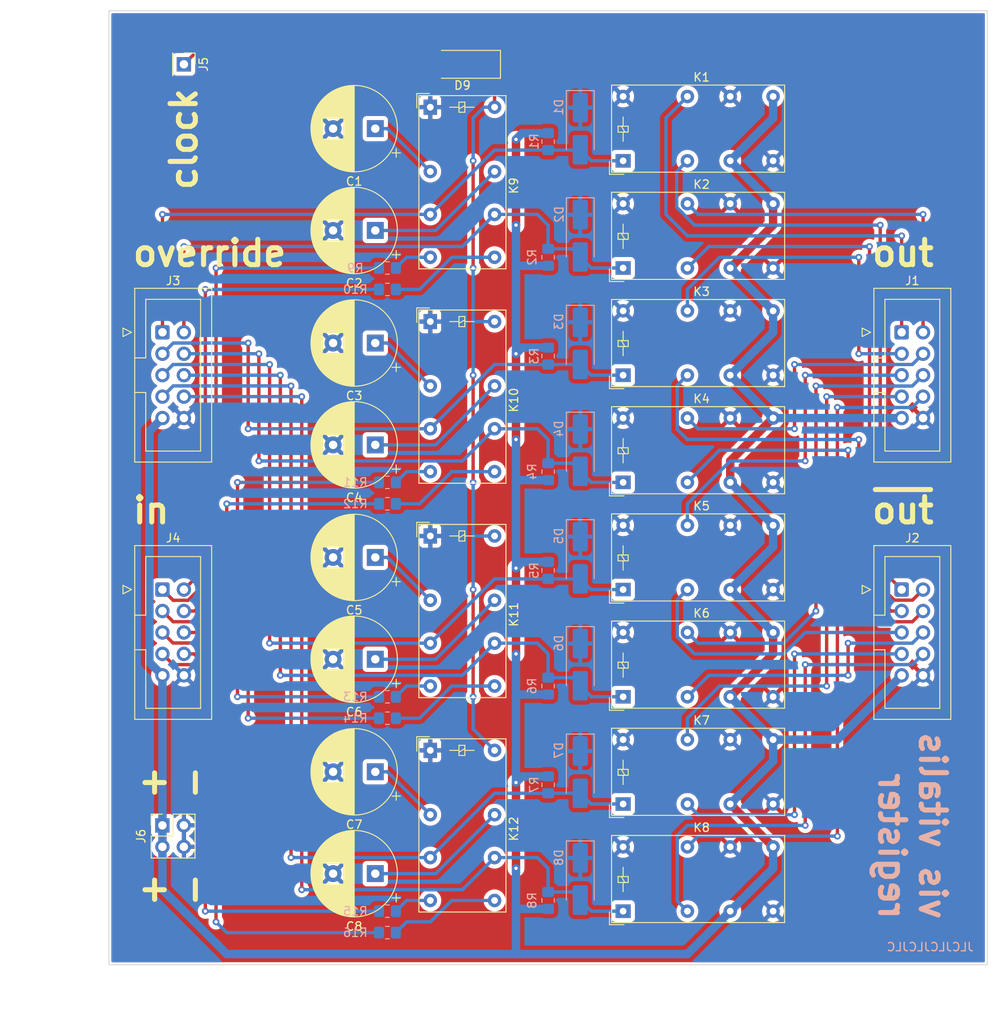
<source format=kicad_pcb>
(kicad_pcb (version 20240108) (generator "pcbnew") (generator_version "8.0")
  (layers (0 "F.Cu" signal) (31 "B.Cu" signal) (34 "B.Paste" user) (35 "F.Paste" user) (36 "B.SilkS" user "B.Silkscreen") (37 "F.SilkS" user "F.Silkscreen") (38 "B.Mask" user) (39 "F.Mask" user) (44 "Edge.Cuts" user))
  (net 0 "")
  (net 1 "Net-(C1-Pad1)")
  (net 2 "Net-(C2-Pad1)")
  (net 3 "Net-(C3-Pad1)")
  (net 4 "Net-(C4-Pad1)")
  (net 5 "Net-(C5-Pad1)")
  (net 6 "Net-(C6-Pad1)")
  (net 7 "Net-(C7-Pad1)")
  (net 8 "Net-(C8-Pad1)")
  (net 9 "Net-(D2-A2)")
  (net 10 "Net-(D3-A2)")
  (net 11 "Net-(D4-A2)")
  (net 12 "Net-(D5-A2)")
  (net 13 "Net-(D6-A2)")
  (net 14 "Net-(D7-A2)")
  (net 15 "VCC")
  (net 16 "GND")
  (net 17 "Net-(D8-A2)")
  (net 18 "Net-(D9-A1)")
  (net 19 "Net-(J1-Pin_1)")
  (net 20 "Net-(J1-Pin_2)")
  (net 21 "Net-(J1-Pin_3)")
  (net 22 "Net-(J1-Pin_4)")
  (net 23 "Net-(J1-Pin_5)")
  (net 24 "Net-(J1-Pin_6)")
  (net 25 "Net-(J1-Pin_7)")
  (net 26 "Net-(D1-A2)")
  (net 27 "Net-(J1-Pin_8)")
  (net 28 "Net-(J2-Pin_1)")
  (net 29 "Net-(J2-Pin_2)")
  (net 30 "Net-(J2-Pin_3)")
  (net 31 "Net-(J2-Pin_4)")
  (net 32 "Net-(J2-Pin_5)")
  (net 33 "Net-(J2-Pin_6)")
  (net 34 "Net-(J2-Pin_7)")
  (net 35 "Net-(J2-Pin_8)")
  (net 36 "Net-(J4-Pin_1)")
  (net 37 "Net-(J4-Pin_2)")
  (net 38 "Net-(J4-Pin_3)")
  (net 39 "Net-(J4-Pin_4)")
  (net 40 "Net-(J4-Pin_5)")
  (net 41 "Net-(J4-Pin_6)")
  (net 42 "Net-(J4-Pin_7)")
  (net 43 "Net-(J4-Pin_8)")
  (net 44 "Net-(K9-Pad14)")
  (net 45 "Net-(K9-Pad24)")
  (net 46 "Net-(K10-Pad14)")
  (net 47 "Net-(K10-Pad24)")
  (net 48 "Net-(K11-Pad14)")
  (net 49 "Net-(K11-Pad24)")
  (net 50 "Net-(K12-Pad14)")
  (net 51 "Net-(K12-Pad24)")
  (footprint "Relay_THT:Relay_DPDT_Finder_30.22" (layer "F.Cu") (at 160.02 87.63)
    (property "Reference" "K4")
    (property "Value" "J104D2C12VDC.15S")
  )
  (footprint "Connector_IDC:IDC-Header_2x05_P2.54mm_Vertical" (layer "F.Cu") (at 105.41 100.33)
    (property "Reference" "J4")
    (property "Value" "BHR-10-VUA")
  )
  (footprint "Connector_IDC:IDC-Header_2x05_P2.54mm_Vertical" (layer "F.Cu") (at 193.04 100.33)
    (property "Reference" "J2")
    (property "Value" "BHR-10-VUA" (hide yes))
  )
  (footprint "Capacitor_THT:CP_Radial_D10.0mm_P5.00mm" (layer "F.Cu") (at 130.637677 45.72 180)
    (property "Reference" "C1")
    (property "Value" "470uF")
  )
  (footprint "Connector_IDC:IDC-Header_2x05_P2.54mm_Vertical" (layer "F.Cu") (at 105.41 69.85)
    (property "Reference" "J3")
    (property "Value" "BHR-10-VUA")
  )
  (footprint "Diode_SMD:D_SMA_Handsoldering" (layer "F.Cu") (at 140.97 38.1 180)
    (property "Reference" "D9")
    (property "Value" "SMAJ14CA")
  )
  (footprint "Relay_THT:Relay_DPDT_Finder_30.22" (layer "F.Cu") (at 137.16 93.98 -90)
    (property "Reference" "K11")
    (property "Value" "J104D2C12VDC.15S")
  )
  (footprint "Relay_THT:Relay_DPDT_Finder_30.22" (layer "F.Cu") (at 160.02 74.93)
    (property "Reference" "K3")
    (property "Value" "J104D2C12VDC.15S")
  )
  (footprint "Capacitor_THT:CP_Radial_D10.0mm_P5.00mm" (layer "F.Cu") (at 130.637677 83.185 180)
    (property "Reference" "C4")
    (property "Value" "470uF")
  )
  (footprint "Relay_THT:Relay_DPDT_Finder_30.22" (layer "F.Cu") (at 160.02 138.43)
    (property "Reference" "K8")
    (property "Value" "J104D2C12VDC.15S")
  )
  (footprint "Capacitor_THT:CP_Radial_D10.0mm_P5.00mm" (layer "F.Cu") (at 130.637677 121.92 180)
    (property "Reference" "C7")
    (property "Value" "470uF")
  )
  (footprint "Capacitor_THT:CP_Radial_D10.0mm_P5.00mm" (layer "F.Cu") (at 130.637677 71.12 180)
    (property "Reference" "C3")
    (property "Value" "470uF")
  )
  (footprint "Relay_THT:Relay_DPDT_Finder_30.22" (layer "F.Cu") (at 160.02 113.03)
    (property "Reference" "K6")
    (property "Value" "J104D2C12VDC.15S")
  )
  (footprint "Relay_THT:Relay_DPDT_Finder_30.22" (layer "F.Cu") (at 160.02 49.53)
    (property "Reference" "K1")
    (property "Value" "J104D2C12VDC.15S" (hide yes))
  )
  (footprint "Connector_IDC:IDC-Header_2x05_P2.54mm_Vertical" (layer "F.Cu") (at 193.04 69.85)
    (property "Reference" "J1")
    (property "Value" "BHR-10-VUA" (hide yes))
  )
  (footprint "Capacitor_THT:CP_Radial_D10.0mm_P5.00mm" (layer "F.Cu") (at 130.637677 133.985 180)
    (property "Reference" "C8")
    (property "Value" "470uF")
  )
  (footprint "Relay_THT:Relay_DPDT_Finder_30.22" (layer "F.Cu") (at 137.16 68.58 -90)
    (property "Reference" "K10")
    (property "Value" "J104D2C12VDC.15S")
  )
  (footprint "Relay_THT:Relay_DPDT_Finder_30.22" (layer "F.Cu") (at 160.02 125.73)
    (property "Reference" "K7")
    (property "Value" "J104D2C12VDC.15S")
  )
  (footprint "Capacitor_THT:CP_Radial_D10.0mm_P5.00mm" (layer "F.Cu") (at 130.637677 96.52 180)
    (property "Reference" "C5")
    (property "Value" "470uF")
  )
  (footprint "Connector_PinHeader_2.54mm:PinHeader_2x02_P2.54mm_Vertical" (layer "F.Cu") (at 105.405 128.265)
    (property "Reference" "J6")
    (property "Value" "Conn_02x02_Odd_Even")
  )
  (footprint "Relay_THT:Relay_DPDT_Finder_30.22" (layer "F.Cu") (at 137.16 43.18 -90)
    (property "Reference" "K9")
    (property "Value" "J104D2C12VDC.15S")
  )
  (footprint "Relay_THT:Relay_DPDT_Finder_30.22" (layer "F.Cu") (at 137.16 119.38 -90)
    (property "Reference" "K12")
    (property "Value" "J104D2C12VDC.15S")
  )
  (footprint "Relay_THT:Relay_DPDT_Finder_30.22" (layer "F.Cu") (at 160.02 62.23)
    (property "Reference" "K2")
    (property "Value" "J104D2C12VDC.15S")
  )
  (footprint "Capacitor_THT:CP_Radial_D10.0mm_P5.00mm" (layer "F.Cu") (at 130.637677 57.785 180)
    (property "Reference" "C2")
    (property "Value" "470uF")
  )
  (footprint "Relay_THT:Relay_DPDT_Finder_30.22" (layer "F.Cu") (at 160.02 100.33)
    (property "Reference" "K5")
    (property "Value" "J104D2C12VDC.15S")
  )
  (footprint "Capacitor_THT:CP_Radial_D10.0mm_P5.00mm" (layer "F.Cu") (at 130.637677 108.585 180)
    (property "Reference" "C6")
    (property "Value" "470uF")
  )
  (footprint "Connector_PinHeader_2.54mm:PinHeader_1x01_P2.54mm_Vertical" (layer "F.Cu") (at 107.95 38.1 -90)
    (property "Reference" "J5")
    (property "Value" "Conn_01x02")
  )
  (footprint "Resistor_SMD:R_0805_2012Metric_Pad1.20x1.40mm_HandSolder" (layer "B.Cu") (at 151.13 98.06 -90)
    (property "Reference" "R5")
    (property "Value" "680R")
  )
  (footprint "Resistor_SMD:R_0805_2012Metric_Pad1.20x1.40mm_HandSolder" (layer "B.Cu") (at 151.13 86.36 90)
    (property "Reference" "R4")
    (property "Value" "680R")
  )
  (footprint "Resistor_SMD:R_0805_2012Metric_Pad1.20x1.40mm_HandSolder" (layer "B.Cu") (at 151.13 60.96 90)
    (property "Reference" "R2")
    (property "Value" "680R")
  )
  (footprint "Diode_SMD:D_SMA_Handsoldering" (layer "B.Cu") (at 154.94 121.96 -90)
    (property "Reference" "D7")
    (property "Value" "SMAJ14CA")
  )
  (footprint "Diode_SMD:D_SMA_Handsoldering" (layer "B.Cu") (at 154.94 96.56 -90)
    (property "Reference" "D5")
    (property "Value" "SMAJ14CA")
  )
  (footprint "Diode_SMD:D_SMA_Handsoldering" (layer "B.Cu") (at 154.94 109.22 -90)
    (property "Reference" "D6")
    (property "Value" "SMAJ14CA")
  )
  (footprint "Resistor_SMD:R_0805_2012Metric_Pad1.20x1.40mm_HandSolder" (layer "B.Cu") (at 151.13 123.46 -90)
    (property "Reference" "R7")
    (property "Value" "680R")
  )
  (footprint "Resistor_SMD:R_0805_2012Metric_Pad1.20x1.40mm_HandSolder" (layer "B.Cu") (at 132.08 64.77 180)
    (property "Reference" "R10")
    (property "Value" "47R")
  )
  (footprint "Resistor_SMD:R_0805_2012Metric_Pad1.20x1.40mm_HandSolder" (layer "B.Cu") (at 132.08 140.97 180)
    (property "Reference" "R16")
    (property "Value" "47R")
  )
  (footprint "Resistor_SMD:R_0805_2012Metric_Pad1.20x1.40mm_HandSolder" (layer "B.Cu") (at 132.08 62.23 180)
    (property "Reference" "R9")
    (property "Value" "47R")
  )
  (footprint "Diode_SMD:D_SMA_Handsoldering" (layer "B.Cu") (at 154.94 45.72 -90)
    (property "Reference" "D1")
    (property "Value" "SMAJ14CA" (hide yes))
  )
  (footprint "Resistor_SMD:R_0805_2012Metric_Pad1.20x1.40mm_HandSolder" (layer "B.Cu") (at 132.08 87.63 180)
    (property "Reference" "R11")
    (property "Value" "47R")
  )
  (footprint "Diode_SMD:D_SMA_Handsoldering" (layer "B.Cu") (at 154.94 58.42 -90)
    (property "Reference" "D2")
    (property "Value" "SMAJ14CA")
  )
  (footprint "Resistor_SMD:R_0805_2012Metric_Pad1.20x1.40mm_HandSolder" (layer "B.Cu") (at 132.08 115.57 180)
    (property "Reference" "R14")
    (property "Value" "47R")
  )
  (footprint "Resistor_SMD:R_0805_2012Metric_Pad1.20x1.40mm_HandSolder" (layer "B.Cu") (at 151.13 72.66 -90)
    (property "Reference" "R3")
    (property "Value" "680R")
  )
  (footprint "Resistor_SMD:R_0805_2012Metric_Pad1.20x1.40mm_HandSolder" (layer "B.Cu") (at 151.13 111.76 90)
    (property "Reference" "R6")
    (property "Value" "680R")
  )
  (footprint "Diode_SMD:D_SMA_Handsoldering" (layer "B.Cu") (at 154.94 134.62 -90)
    (property "Reference" "D8")
    (property "Value" "SMAJ14CA")
  )
  (footprint "Diode_SMD:D_SMA_Handsoldering" (layer "B.Cu") (at 154.94 83.82 -90)
    (property "Reference" "D4")
    (property "Value" "SMAJ14CA")
  )
  (footprint "Diode_SMD:D_SMA_Handsoldering" (layer "B.Cu") (at 154.94 71.16 -90)
    (property "Reference" "D3")
    (property "Value" "SMAJ14CA")
  )
  (footprint "Resistor_SMD:R_0805_2012Metric_Pad1.20x1.40mm_HandSolder" (layer "B.Cu") (at 151.13 137.16 90)
    (property "Reference" "R8")
    (property "Value" "680R")
  )
  (footprint "Resistor_SMD:R_0805_2012Metric_Pad1.20x1.40mm_HandSolder" (layer "B.Cu") (at 132.08 113.03 180)
    (property "Reference" "R13")
    (property "Value" "47R")
  )
  (footprint "Resistor_SMD:R_0805_2012Metric_Pad1.20x1.40mm_HandSolder" (layer "B.Cu") (at 151.13 47.26 -90)
    (property "Reference" "R1")
    (property "Value" "680R")
  )
  (footprint "Resistor_SMD:R_0805_2012Metric_Pad1.20x1.40mm_HandSolder" (layer "B.Cu") (at 132.08 138.43 180)
    (property "Reference" "R15")
    (property "Value" "47R")
  )
  (footprint "Resistor_SMD:R_0805_2012Metric_Pad1.20x1.40mm_HandSolder" (layer "B.Cu") (at 132.08 90.17 180)
    (property "Reference" "R12")
    (property "Value" "47R")
  )
  (gr_line (start 99.06 31.75) (end 99.06 144.78) (stroke (width 0.1)) (layer "Edge.Cuts"))
  (gr_line (start 203.2 144.78) (end 99.06 144.78) (stroke (width 0.1)) (layer "Edge.Cuts"))
  (gr_line (start 203.2 31.75) (end 99.06 31.75) (stroke (width 0.1)) (layer "Edge.Cuts"))
  (gr_line (start 203.2 144.78) (end 203.2 31.75) (stroke (width 0.1)) (layer "Edge.Cuts"))
  (gr_text "JLCJLCJLCJLC" (at 201.676 143.256 0) (layer "B.SilkS") (effects (font (size 1 1)) (justify left bottom mirror)))
  (gr_text "vis vitalis\nregister" (at 194.31 139.7 270) (layer "B.SilkS") (effects (font (size 3 3) (thickness 0.6) (bold yes)) (justify left mirror)))
  (gr_text "+\n-" (at 106.68 123.19 90) (layer "F.SilkS") (effects (font (size 3 3) (thickness 0.6) (bold yes))))
  (gr_text "out" (at 189.23 62.23 0) (layer "F.SilkS") (effects (font (size 3 3) (thickness 0.6) (bold yes)) (justify left bottom)))
  (gr_text "~{out}" (at 189.23 92.71 0) (layer "F.SilkS") (effects (font (size 3 3) (thickness 0.6) (bold yes)) (justify left bottom)))
  (gr_text "+\n-" (at 106.68 135.89 90) (layer "F.SilkS") (effects (font (size 3 3) (thickness 0.6) (bold yes))))
  (gr_text "in" (at 101.6 92.71 0) (layer "F.SilkS") (effects (font (size 3 3) (thickness 0.6) (bold yes)) (justify left bottom)))
  (gr_text "override" (at 101.6 62.23 0) (layer "F.SilkS") (effects (font (size 3 3) (thickness 0.6) (bold yes)) (justify left bottom)))
  (gr_text "clock" (at 107.95 40.64 90) (layer "F.SilkS") (effects (font (size 3 3) (thickness 0.6) (bold yes)) (justify right)))
  (segment (start 130.637677 45.72) (end 132.08 45.72) (width 0.4) (layer "B.Cu") (net 1))
  (segment (start 132.08 45.72) (end 137.16 50.8) (width 0.4) (layer "B.Cu") (net 1))
  (segment (start 137.795 57.785) (end 144.78 50.8) (width 0.4) (layer "B.Cu") (net 2))
  (segment (start 130.637677 57.785) (end 137.795 57.785) (width 0.4) (layer "B.Cu") (net 2))
  (segment (start 130.637677 71.12) (end 132.08 71.12) (width 0.4) (layer "B.Cu") (net 3))
  (segment (start 132.08 71.12) (end 137.16 76.2) (width 0.4) (layer "B.Cu") (net 3))
  (segment (start 144.78 76.2) (end 137.795 83.185) (width 0.4) (layer "B.Cu") (net 4))
  (segment (start 137.795 83.185) (end 130.637677 83.185) (width 0.4) (layer "B.Cu") (net 4))
  (segment (start 130.637677 96.52) (end 132.08 96.52) (width 0.4) (layer "B.Cu") (net 5))
  (segment (start 132.08 96.52) (end 137.16 101.6) (width 0.4) (layer "B.Cu") (net 5))
  (segment (start 130.637677 108.585) (end 137.795 108.585) (width 0.4) (layer "B.Cu") (net 6))
  (segment (start 137.795 108.585) (end 144.78 101.6) (width 0.4) (layer "B.Cu") (net 6))
  (segment (start 130.637677 121.92) (end 132.08 121.92) (width 0.4) (layer "B.Cu") (net 7))
  (segment (start 132.08 121.92) (end 137.16 127) (width 0.4) (layer "B.Cu") (net 7))
  (segment (start 130.637677 133.985) (end 137.795 133.985) (width 0.4) (layer "B.Cu") (net 8))
  (segment (start 137.795 133.985) (end 144.78 127) (width 0.4) (layer "B.Cu") (net 8))
  (segment (start 107.95 59.69) (end 107.95 69.85) (width 0.4) (layer "F.Cu") (net 9))
  (via (at 107.95 59.69) (size 0.8) (drill 0.4) (layers "F.Cu" "B.Cu") (net 9))
  (segment (start 140.97 59.69) (end 144.78 55.88) (width 0.4) (layer "B.Cu") (net 9))
  (segment (start 107.95 59.69) (end 140.97 59.69) (width 0.4) (layer "B.Cu") (net 9))
  (segment (start 154.94 60.92) (end 156.25 62.23) (width 0.4) (layer "B.Cu") (net 9))
  (segment (start 151.13 59.96) (end 153.98 59.96) (width 0.4) (layer "B.Cu") (net 9))
  (segment (start 151.13 57.15) (end 149.86 55.88) (width 0.4) (layer "B.Cu") (net 9))
  (segment (start 149.86 55.88) (end 144.78 55.88) (width 0.4) (layer "B.Cu") (net 9))
  (segment (start 153.98 59.96) (end 154.94 60.92) (width 0.4) (layer "B.Cu") (net 9))
  (segment (start 156.25 62.23) (end 160.02 62.23) (width 0.4) (layer "B.Cu") (net 9))
  (segment (start 151.13 59.96) (end 151.13 57.15) (width 0.4) (layer "B.Cu") (net 9))
  (segment (start 115.57 81.28) (end 115.57 71.12) (width 0.4) (layer "F.Cu") (net 10))
  (via (at 115.57 81.28) (size 0.8) (drill 0.4) (layers "F.Cu" "B.Cu") (net 10))
  (via (at 115.57 71.12) (size 0.8) (drill 0.4) (layers "F.Cu" "B.Cu") (net 10))
  (segment (start 156.21 74.93) (end 160.02 74.93) (width 0.4) (layer "B.Cu") (net 10))
  (segment (start 151.13 73.66) (end 144.78 73.66) (width 0.4) (layer "B.Cu") (net 10))
  (segment (start 137.16 81.28) (end 115.57 81.28) (width 0.4) (layer "B.Cu") (net 10))
  (segment (start 115.57 71.12) (end 106.68 71.12) (width 0.4) (layer "B.Cu") (net 10))
  (segment (start 151.13 73.66) (end 154.94 73.66) (width 0.4) (layer "B.Cu") (net 10))
  (segment (start 144.78 73.66) (end 137.16 81.28) (width 0.4) (layer "B.Cu") (net 10))
  (segment (start 106.68 71.12) (end 105.41 72.39) (width 0.4) (layer "B.Cu") (net 10))
  (segment (start 154.94 73.66) (end 156.21 74.93) (width 0.4) (layer "B.Cu") (net 10))
  (segment (start 116.84 85.09) (end 116.84 72.39) (width 0.4) (layer "F.Cu") (net 11))
  (via (at 116.84 72.39) (size 0.8) (drill 0.4) (layers "F.Cu" "B.Cu") (net 11))
  (via (at 116.84 85.09) (size 0.8) (drill 0.4) (layers "F.Cu" "B.Cu") (net 11))
  (segment (start 154.94 86.32) (end 156.25 87.63) (width 0.4) (layer "B.Cu") (net 11))
  (segment (start 116.84 72.39) (end 107.95 72.39) (width 0.4) (layer "B.Cu") (net 11))
  (segment (start 151.13 82.55) (end 149.86 81.28) (width 0.4) (layer "B.Cu") (net 11))
  (segment (start 156.25 87.63) (end 160.02 87.63) (width 0.4) (layer "B.Cu") (net 11))
  (segment (start 151.13 85.36) (end 151.13 82.55) (width 0.4) (layer "B.Cu") (net 11))
  (segment (start 151.13 85.36) (end 153.98 85.36) (width 0.4) (layer "B.Cu") (net 11))
  (segment (start 140.97 85.09) (end 116.84 85.09) (width 0.4) (layer "B.Cu") (net 11))
  (segment (start 149.86 81.28) (end 144.78 81.28) (width 0.4) (layer "B.Cu") (net 11))
  (segment (start 153.98 85.36) (end 154.94 86.32) (width 0.4) (layer "B.Cu") (net 11))
  (segment (start 144.78 81.28) (end 140.97 85.09) (width 0.4) (layer "B.Cu") (net 11))
  (segment (start 118.11 106.68) (end 118.11 73.66) (width 0.4) (layer "F.Cu") (net 12))
  (via (at 118.11 73.66) (size 0.8) (drill 0.4) (layers "F.Cu" "B.Cu") (net 12))
  (via (at 118.11 106.68) (size 0.8) (drill 0.4) (layers "F.Cu" "B.Cu") (net 12))
  (segment (start 137.16 106.68) (end 118.11 106.68) (width 0.4) (layer "B.Cu") (net 12))
  (segment (start 118.11 73.66) (end 106.68 73.66) (width 0.4) (layer "B.Cu") (net 12))
  (segment (start 151.13 99.06) (end 144.78 99.06) (width 0.4) (layer "B.Cu") (net 12))
  (segment (start 144.78 99.06) (end 137.16 106.68) (width 0.4) (layer "B.Cu") (net 12))
  (segment (start 106.68 73.66) (end 105.41 74.93) (width 0.4) (layer "B.Cu") (net 12))
  (segment (start 154.94 99.06) (end 156.21 100.33) (width 0.4) (layer "B.Cu") (net 12))
  (segment (start 151.13 99.06) (end 154.94 99.06) (width 0.4) (layer "B.Cu") (net 12))
  (segment (start 156.21 100.33) (end 160.02 100.33) (width 0.4) (layer "B.Cu") (net 12))
  (segment (start 119.38 110.49) (end 119.38 74.93) (width 0.4) (layer "F.Cu") (net 13))
  (via (at 119.38 110.49) (size 0.8) (drill 0.4) (layers "F.Cu" "B.Cu") (net 13))
  (via (at 119.38 74.93) (size 0.8) (drill 0.4) (layers "F.Cu" "B.Cu") (net 13))
  (segment (start 119.38 74.93) (end 107.95 74.93) (width 0.4) (layer "B.Cu") (net 13))
  (segment (start 154.94 111.72) (end 156.25 113.03) (width 0.4) (layer "B.Cu") (net 13))
  (segment (start 153.98 110.76) (end 154.94 111.72) (width 0.4) (layer "B.Cu") (net 13))
  (segment (start 156.25 113.03) (end 160.02 113.03) (width 0.4) (layer "B.Cu") (net 13))
  (segment (start 149.86 106.68) (end 144.78 106.68) (width 0.4) (layer "B.Cu") (net 13))
  (segment (start 140.97 110.49) (end 144.78 106.68) (width 0.4) (layer "B.Cu") (net 13))
  (segment (start 151.13 110.76) (end 153.98 110.76) (width 0.4) (layer "B.Cu") (net 13))
  (segment (start 151.13 110.76) (end 151.13 107.95) (width 0.4) (layer "B.Cu") (net 13))
  (segment (start 119.38 110.49) (end 140.97 110.49) (width 0.4) (layer "B.Cu") (net 13))
  (segment (start 151.13 107.95) (end 149.86 106.68) (width 0.4) (layer "B.Cu") (net 13))
  (segment (start 120.65 132.08) (end 120.65 76.2) (width 0.4) (layer "F.Cu") (net 14))
  (via (at 120.65 76.2) (size 0.8) (drill 0.4) (layers "F.Cu" "B.Cu") (net 14))
  (via (at 120.65 132.08) (size 0.8) (drill 0.4) (layers "F.Cu" "B.Cu") (net 14))
  (segment (start 151.13 124.46) (end 154.94 124.46) (width 0.4) (layer "B.Cu") (net 14))
  (segment (start 154.94 124.46) (end 156.21 125.73) (width 0.4) (layer "B.Cu") (net 14))
  (segment (start 137.16 132.08) (end 120.65 132.08) (width 0.4) (layer "B.Cu") (net 14))
  (segment (start 156.21 125.73) (end 160.02 125.73) (width 0.4) (layer "B.Cu") (net 14))
  (segment (start 144.78 124.46) (end 137.16 132.08) (width 0.4) (layer "B.Cu") (net 14))
  (segment (start 106.68 76.2) (end 105.41 77.47) (width 0.4) (layer "B.Cu") (net 14))
  (segment (start 120.65 76.2) (end 106.68 76.2) (width 0.4) (layer "B.Cu") (net 14))
  (segment (start 151.13 124.46) (end 144.78 124.46) (width 0.4) (layer "B.Cu") (net 14))
  (segment (start 177.8 54.61) (end 177.8 57.15) (width 1) (layer "F.Cu") (net 15))
  (segment (start 147.32 57.15) (end 147.32 46.99) (width 1) (layer "F.Cu") (net 15))
  (segment (start 177.8 107.95) (end 172.72 113.03) (width 1) (layer "F.Cu") (net 15))
  (segment (start 172.72 87.63) (end 172.72 85.09) (width 1) (layer "F.Cu") (net 15))
  (segment (start 172.72 125.73) (end 177.8 130.81) (width 1) (layer "F.Cu") (net 15))
  (segment (start 147.32 107.95) (end 147.32 97.79) (width 1) (layer "F.Cu") (net 15))
  (segment (start 172.72 85.09) (end 177.8 80.01) (width 1) (layer "F.Cu") (net 15))
  (segment (start 147.32 82.55) (end 147.32 72.39) (width 1) (layer "F.Cu") (net 15))
  (segment (start 147.32 133.35) (end 147.32 123.19) (width 1) (layer "F.Cu") (net 15))
  (segment (start 177.8 105.41) (end 177.8 107.95) (width 1) (layer "F.Cu") (net 15))
  (segment (start 177.8 57.15) (end 172.72 62.23) (width 1) (layer "F.Cu") (net 15))
  (via (at 147.32 123.19) (size 0.8) (drill 0.4) (layers "F.Cu" "B.Cu") (net 15))
  (via (at 147.32 72.39) (size 0.8) (drill 0.4) (layers "F.Cu" "B.Cu") (net 15))
  (via (at 147.32 133.35) (size 0.8) (drill 0.4) (layers "F.Cu" "B.Cu") (net 15))
  (via (at 147.32 46.99) (size 0.8) (drill 0.4) (layers "F.Cu" "B.Cu") (net 15))
  (via (at 147.32 82.55) (size 0.8) (drill 0.4) (layers "F.Cu" "B.Cu") (net 15))
  (via (at 147.32 57.15) (size 0.8) (drill 0.4) (layers "F.Cu" "B.Cu") (net 15))
  (via (at 147.32 107.95) (size 0.8) (drill 0.4) (layers "F.Cu" "B.Cu") (net 15))
  (via (at 147.32 97.79) (size 0.8) (drill 0.4) (layers "F.Cu" "B.Cu") (net 15))
  (segment (start 147.32 138.43) (end 147.32 133.35) (width 1) (layer "B.Cu") (net 15))
  (segment (start 177.8 69.85) (end 172.72 74.93) (width 1) (layer "B.Cu") (net 15))
  (segment (start 148.05 46.26) (end 147.32 46.99) (width 1) (layer "B.Cu") (net 15))
  (segment (start 151.13 97.06) (end 148.05 97.06) (width 1) (layer "B.Cu") (net 15))
  (segment (start 151.13 122.46) (end 148.05 122.46) (width 1) (layer "B.Cu") (net 15))
  (segment (start 177.8 41.91) (end 177.8 44.45) (width 1) (layer "B.Cu") (net 15))
  (segment (start 167.64 143.51) (end 147.32 143.51) (width 1) (layer "B.Cu") (net 15))
  (segment (start 147.59 87.36) (end 147.32 87.63) (width 1) (layer "B.Cu") (net 15))
  (segment (start 147.32 123.19) (end 147.32 113.03) (width 1) (layer "B.Cu") (net 15))
  (segment (start 147.32 87.63) (end 147.32 82.55) (width 1) (layer "B.Cu") (net 15))
  (segment (start 177.8 80.01) (end 193.04 80.01) (width 1) (layer "B.Cu") (net 15))
  (segment (start 103.86 81.56) (end 105.41 80.01) (width 1) (layer "B.Cu") (net 15))
  (segment (start 147.32 143.51) (end 147.32 138.43) (width 1) (layer "B.Cu") (net 15))
  (segment (start 147.32 72.39) (end 147.32 62.23) (width 1) (layer "B.Cu") (net 15))
  (segment (start 151.13 138.16) (end 147.59 138.16) (width 1) (layer "B.Cu") (net 15))
  (segment (start 185.42 118.11) (end 193.04 110.49) (width 1) (layer "B.Cu") (net 15))
  (segment (start 105.405 135.885) (end 105.405 130.805) (width 1) (layer "B.Cu") (net 15))
  (segment (start 147.32 143.51) (end 113.03 143.51) (width 1) (layer "B.Cu") (net 15))
  (segment (start 147.32 113.03) (end 147.32 107.95) (width 1) (layer "B.Cu") (net 15))
  (segment (start 172.72 100.33) (end 177.8 105.41) (width 1) (layer "B.Cu") (net 15))
  (segment (start 177.8 95.25) (end 172.72 100.33) (width 1) (layer "B.Cu") (net 15))
  (segment (start 148.05 122.46) (end 147.32 123.19) (width 1) (layer "B.Cu") (net 15))
  (segment (start 105.405 130.805) (end 105.405 128.265) (width 1) (layer "B.Cu") (net 15))
  (segment (start 177.8 130.81) (end 177.8 133.35) (width 1) (layer "B.Cu") (net 15))
  (segment (start 177.8 120.65) (end 172.72 125.73) (width 1) (layer "B.Cu") (net 15))
  (segment (start 147.59 138.16) (end 147.32 138.43) (width 1) (layer "B.Cu") (net 15))
  (segment (start 177.8 118.11) (end 177.8 120.65) (width 1) (layer "B.Cu") (net 15))
  (segment (start 172.72 113.03) (end 177.8 118.11) (width 1) (layer "B.Cu") (net 15))
  (segment (start 147.59 61.96) (end 147.32 62.23) (width 1) (layer "B.Cu") (net 15))
  (segment (start 147.32 97.79) (end 147.32 87.63) (width 1) (layer "B.Cu") (net 15))
  (segment (start 177.8 67.31) (end 177.8 69.85) (width 1) (layer "B.Cu") (net 15))
  (segment (start 172.72 49.53) (end 177.8 54.61) (width 1) (layer "B.Cu") (net 15))
  (segment (start 103.86 108.94) (end 103.86 81.56) (width 1) (layer "B.Cu") (net 15))
  (segment (start 172.72 87.63) (end 177.8 92.71) (width 1) (layer "B.Cu") (net 15))
  (segment (start 177.8 92.71) (end 177.8 95.25) (width 1) (layer "B.Cu") (net 15))
  (segment (start 113.03 143.51) (end 105.405 135.885) (width 1) (layer "B.Cu") (net 15))
  (segment (start 105.41 110.49) (end 103.86 108.94) (width 1) (layer "B.Cu") (net 15))
  (segment (start 147.59 112.76) (end 147.32 113.03) (width 1) (layer "B.Cu") (net 15))
  (segment (start 151.13 61.96) (end 147.59 61.96) (width 1) (layer "B.Cu") (net 15))
  (segment (start 148.05 71.66) (end 147.32 72.39) (width 1) (layer "B.Cu") (net 15))
  (segment (start 105.405 128.265) (end 105.405 110.495) (width 1) (layer "B.Cu") (net 15))
  (segment (start 177.8 118.11) (end 185.42 118.11) (width 1) (layer "B.Cu") (net 15))
  (segment (start 172.72 62.23) (end 177.8 67.31) (width 1) (layer "B.Cu") (net 15))
  (segment (start 151.13 71.66) (end 148.05 71.66) (width 1) (layer "B.Cu") (net 15))
  (segment (start 172.72 74.93) (end 177.8 80.01) (width 1) (layer "B.Cu") (net 15))
  (segment (start 172.72 138.43) (end 167.64 143.51) (width 1) (layer "B.Cu") (net 15))
  (segment (start 148.05 97.06) (end 147.32 97.79) (width 1) (layer "B.Cu") (net 15))
  (segment (start 177.8 133.35) (end 172.72 138.43) (width 1) (layer "B.Cu") (net 15))
  (segment (start 147.32 62.23) (end 147.32 57.15) (width 1) (layer "B.Cu") (net 15))
  (segment (start 177.8 44.45) (end 172.72 49.53) (width 1) (layer "B.Cu") (net 15))
  (segment (start 151.13 112.76) (end 147.59 112.76) (width 1) (layer "B.Cu") (net 15))
  (segment (start 151.13 46.26) (end 148.05 46.26) (width 1) (layer "B.Cu") (net 15))
  (segment (start 151.13 87.36) (end 147.59 87.36) (width 1) (layer "B.Cu") (net 15))
  (segment (start 105.405 110.495) (end 105.41 110.49) (width 1) (layer "B.Cu") (net 15))
  (segment (start 121.92 135.89) (end 121.92 77.47) (width 0.4) (layer "F.Cu") (net 17))
  (via (at 121.92 77.47) (size 0.8) (drill 0.4) (layers "F.Cu" "B.Cu") (net 17))
  (via (at 121.92 135.89) (size 0.8) (drill 0.4) (layers "F.Cu" "B.Cu") (net 17))
  (segment (start 144.78 132.08) (end 140.97 135.89) (width 0.4) (layer "B.Cu") (net 17))
  (segment (start 151.13 136.16) (end 151.13 133.35) (width 0.4) (layer "B.Cu") (net 17))
  (segment (start 153.98 136.16) (end 154.94 137.12) (width 0.4) (layer "B.Cu") (net 17))
  (segment (start 140.97 135.89) (end 121.92 135.89) (width 0.4) (layer "B.Cu") (net 17))
  (segment (start 149.86 132.08) (end 144.78 132.08) (width 0.4) (layer "B.Cu") (net 17))
  (segment (start 154.94 137.12) (end 156.25 138.43) (width 0.4) (layer "B.Cu") (net 17))
  (segment (start 121.92 77.47) (end 107.95 77.47) (width 0.4) (layer "B.Cu") (net 17))
  (segment (start 151.13 133.35) (end 149.86 132.08) (width 0.4) (layer "B.Cu") (net 17))
  (segment (start 156.25 138.43) (end 160.02 138.43) (width 0.4) (layer "B.Cu") (net 17))
  (segment (start 151.13 136.16) (end 153.98 136.16) (width 0.4) (layer "B.Cu") (net 17))
  (segment (start 142.24 100.33) (end 142.24 113.03) (width 0.4) (layer "F.Cu") (net 18))
  (segment (start 142.24 74.93) (end 142.24 87.63) (width 0.4) (layer "F.Cu") (net 18))
  (segment (start 143.47 38.1) (end 142.17 36.8) (width 0.4) (layer "F.Cu") (net 18))
  (segment (start 144.78 43.18) (end 144.78 39.41) (width 0.4) (layer "F.Cu") (net 18))
  (segment (start 144.78 39.41) (end 143.47 38.1) (width 0.4) (layer "F.Cu") (net 18))
  (segment (start 142.17 36.8) (end 109.25 36.8) (width 0.4) (layer "F.Cu") (net 18))
  (segment (start 109.25 36.8) (end 107.95 38.1) (width 0.4) (layer "F.Cu") (net 18))
  (segment (start 142.24 49.53) (end 142.24 62.23) (width 0.4) (layer "F.Cu") (net 18))
  (via (at 142.24 62.23) (size 0.8) (drill 0.4) (layers "F.Cu" "B.Cu") (net 18))
  (via (at 142.24 87.63) (size 0.8) (drill 0.4) (layers "F.Cu" "B.Cu") (net 18))
  (via (at 142.24 113.03) (size 0.8) (drill 0.4) (layers "F.Cu" "B.Cu") (net 18))
  (via (at 142.24 49.53) (size 0.8) (drill 0.4) (layers "F.Cu" "B.Cu") (net 18))
  (via (at 142.24 74.93) (size 0.8) (drill 0.4) (layers "F.Cu" "B.Cu") (net 18))
  (via (at 142.24 100.33) (size 0.8) (drill 0.4) (layers "F.Cu" "B.Cu") (net 18))
  (segment (start 142.24 44.45) (end 142.24 49.53) (width 0.4) (layer "B.Cu") (net 18))
  (segment (start 144.78 68.58) (end 142.24 68.58) (width 0.4) (layer "B.Cu") (net 18))
  (segment (start 144.78 119.38) (end 142.24 116.84) (width 0.4) (layer "B.Cu") (net 18))
  (segment (start 144.78 43.18) (end 143.51 43.18) (width 0.4) (layer "B.Cu") (net 18))
  (segment (start 143.51 43.18) (end 142.24 44.45) (width 0.4) (layer "B.Cu") (net 18))
  (segment (start 144.78 93.98) (end 142.24 93.98) (width 0.4) (layer "B.Cu") (net 18))
  (segment (start 142.24 87.63) (end 142.24 93.98) (width 0.4) (layer "B.Cu") (net 18))
  (segment (start 142.24 68.58) (end 142.24 74.93) (width 0.4) (layer "B.Cu") (net 18))
  (segment (start 142.24 116.84) (end 142.24 113.03) (width 0.4) (layer "B.Cu") (net 18))
  (segment (start 142.24 93.98) (end 142.24 100.33) (width 0.4) (layer "B.Cu") (net 18))
  (segment (start 142.24 62.23) (end 142.24 68.58) (width 0.4) (layer "B.Cu") (net 18))
  (segment (start 193.04 69.85) (end 193.04 58.42) (width 0.4) (layer "F.Cu") (net 19))
  (via (at 193.04 58.42) (size 0.8) (drill 0.4) (layers "F.Cu" "B.Cu") (net 19))
  (segment (start 167.64 58.42) (end 165.1 55.88) (width 0.4) (layer "B.Cu") (net 19))
  (segment (start 165.1 55.88) (end 165.1 44.45) (width 0.4) (layer "B.Cu") (net 19))
  (segment (start 165.1 44.45) (end 167.64 41.91) (width 0.4) (layer "B.Cu") (net 19))
  (segment (start 193.04 58.42) (end 167.64 58.42) (width 0.4) (layer "B.Cu") (net 19))
  (segment (start 195.58 69.85) (end 195.58 55.88) (width 0.4) (layer "F.Cu") (net 20))
  (via (at 195.58 55.88) (size 0.8) (drill 0.4) (layers "F.Cu" "B.Cu") (net 20))
  (segment (start 168.91 55.88) (end 167.64 54.61) (width 0.4) (layer "B.Cu") (net 20))
  (segment (start 195.58 55.88) (end 168.91 55.88) (width 0.4) (layer "B.Cu") (net 20))
  (segment (start 187.96 72.39) (end 187.96 60.96) (width 0.4) (layer "F.Cu") (net 21))
  (via (at 187.96 60.96) (size 0.8) (drill 0.4) (layers "F.Cu" "B.Cu") (net 21))
  (via (at 187.96 72.39) (size 0.8) (drill 0.4) (layers "F.Cu" "B.Cu") (net 21))
  (segment (start 171.45 60.96) (end 167.64 64.77) (width 0.4) (layer "B.Cu") (net 21))
  (segment (start 193.04 72.39) (end 187.96 72.39) (width 0.4) (layer "B.Cu") (net 21))
  (segment (start 187.96 60.96) (end 171.45 60.96) (width 0.4) (layer "B.Cu") (net 21))
  (segment (start 167.64 64.77) (end 167.64 67.31) (width 0.4) (layer "B.Cu") (net 21))
  (segment (start 180.34 81.28) (end 180.34 73.66) (width 0.4) (layer "F.Cu") (net 22))
  (via (at 180.34 81.28) (size 0.8) (drill 0.4) (layers "F.Cu" "B.Cu") (net 22))
  (via (at 180.34 73.66) (size 0.8) (drill 0.4) (layers "F.Cu" "B.Cu") (net 22))
  (segment (start 168.91 81.28) (end 180.34 81.28) (width 0.4) (layer "B.Cu") (net 22))
  (segment (start 180.34 73.66) (end 194.31 73.66) (width 0.4) (layer "B.Cu") (net 22))
  (segment (start 167.64 80.01) (end 168.91 81.28) (width 0.4) (layer "B.Cu") (net 22))
  (segment (start 194.31 73.66) (end 195.58 72.39) (width 0.4) (layer "B.Cu") (net 22))
  (segment (start 181.61 74.93) (end 181.61 85.09) (width 0.4) (layer "F.Cu") (net 23))
  (via (at 181.61 85.09) (size 0.8) (drill 0.4) (layers "F.Cu" "B.Cu") (net 23))
  (via (at 181.61 74.93) (size 0.8) (drill 0.4) (layers "F.Cu" "B.Cu") (net 23))
  (segment (start 172.72 85.09) (end 167.64 90.17) (width 0.4) (layer "B.Cu") (net 23))
  (segment (start 181.61 85.09) (end 172.72 85.09) (width 0.4) (layer "B.Cu") (net 23))
  (segment (start 167.64 90.17) (end 167.64 92.71) (width 0.4) (layer "B.Cu") (net 23))
  (segment (start 193.04 74.93) (end 181.61 74.93) (width 0.4) (layer "B.Cu") (net 23))
  (segment (start 182.88 102.87) (end 182.88 76.2) (width 0.4) (layer "F.Cu") (net 24))
  (via (at 182.88 76.2) (size 0.8) (drill 0.4) (layers "F.Cu" "B.Cu") (net 24))
  (via (at 182.88 102.87) (size 0.8) (drill 0.4) (layers "F.Cu" "B.Cu") (net 24))
  (segment (start 168.91 106.68) (end 179.07 106.68) (width 0.4) (layer "B.Cu") (net 24))
  (segment (start 182.9 76.22) (end 194.29 76.22) (width 0.4) (layer "B.Cu") (net 24))
  (segment (start 179.07 106.68) (end 182.88 102.87) (width 0.4) (layer "B.Cu") (net 24))
  (segment (start 167.64 105.41) (end 168.91 106.68) (width 0.4) (layer "B.Cu") (net 24))
  (segment (start 194.29 76.22) (end 195.58 74.93) (width 0.4) (layer "B.Cu") (net 24))
  (segment (start 182.88 76.2) (end 182.9 76.22) (width 0.4) (layer "B.Cu") (net 24))
  (segment (start 184.15 77.47) (end 184.15 111.76) (width 0.4) (layer "F.Cu") (net 25))
  (via (at 184.15 77.47) (size 0.8) (drill 0.4) (layers "F.Cu" "B.Cu") (net 25))
  (via (at 184.15 111.76) (size 0.8) (drill 0.4) (layers "F.Cu" "B.Cu") (net 25))
  (segment (start 184.15 111.76) (end 171.45 111.76) (width 0.4) (layer "B.Cu") (net 25))
  (segment (start 184.15 77.47) (end 193.04 77.47) (width 0.4) (layer "B.Cu") (net 25))
  (segment (start 171.45 111.76) (end 167.64 115.57) (width 0.4) (layer "B.Cu") (net 25))
  (segment (start 167.64 115.57) (end 167.64 118.11) (width 0.4) (layer "B.Cu") (net 25))
  (segment (start 105.41 55.88) (end 105.41 69.85) (width 0.4) (layer "F.Cu") (net 26))
  (via (at 105.41 55.88) (size 0.8) (drill 0.4) (layers "F.Cu" "B.Cu") (net 26))
  (segment (start 151.13 48.26) (end 144.78 48.26) (width 0.4) (layer "B.Cu") (net 26))
  (segment (start 137.16 55.88) (end 105.41 55.88) (width 0.4) (layer "B.Cu") (net 26))
  (segment (start 154.9 48.26) (end 154.94 48.22) (width 0.4) (layer "B.Cu") (net 26))
  (segment (start 160.02 49.53) (end 156.25 49.53) (width 0.4) (layer "B.Cu") (net 26))
  (segment (start 144.78 48.26) (end 137.16 55.88) (width 0.4) (layer "B.Cu") (net 26))
  (segment (start 156.25 49.53) (end 154.94 48.22) (width 0.4) (layer "B.Cu") (net 26))
  (segment (start 151.13 48.26) (end 154.9 48.26) (width 0.4) (layer "B.Cu") (net 26))
  (segment (start 185.42 78.74) (end 185.42 129.54) (width 0.4) (layer "F.Cu") (net 27))
  (via (at 185.42 129.54) (size 0.8) (drill 0.4) (layers "F.Cu" "B.Cu") (net 27))
  (via (at 185.42 78.74) (size 0.8) (drill 0.4) (layers "F.Cu" "B.Cu") (net 27))
  (segment (start 168.91 129.54) (end 167.64 130.81) (width 0.4) (layer "B.Cu") (net 27))
  (segment (start 194.29 78.76) (end 195.58 77.47) (width 0.4) (layer "B.Cu") (net 27))
  (segment (start 185.42 129.54) (end 168.91 129.54) (width 0.4) (layer "B.Cu") (net 27))
  (segment (start 185.44 78.76) (end 194.29 78.76) (width 0.4) (layer "B.Cu") (net 27))
  (segment (start 185.42 78.74) (end 185.44 78.76) (width 0.4) (layer "B.Cu") (net 27))
  (segment (start 190.5 97.79) (end 193.04 100.33) (width 0.4) (layer "F.Cu") (net 28))
  (segment (start 190.5 57.15) (end 190.5 97.79) (width 0.4) (layer "F.Cu") (net 28))
  (via (at 190.5 57.15) (size 0.8) (drill 0.4) (layers "F.Cu" "B.Cu") (net 28))
  (segment (start 168.482943 57.15) (end 166.37 55.037057) (width 0.4) (layer "B.Cu") (net 28))
  (segment (start 190.5 57.15) (end 168.482943 57.15) (width 0.4) (layer "B.Cu") (net 28))
  (segment (start 166.37 50.8) (end 167.64 49.53) (width 0.4) (layer "B.Cu") (net 28))
  (segment (start 166.37 55.037057) (end 166.37 50.8) (width 0.4) (layer "B.Cu") (net 28))
  (segment (start 192.163834 101.58) (end 194.33 101.58) (width 0.4) (layer "F.Cu") (net 29))
  (segment (start 194.33 101.58) (end 195.58 100.33) (width 0.4) (layer "F.Cu") (net 29))
  (segment (start 189.23 98.646166) (end 192.163834 101.58) (width 0.4) (layer "F.Cu") (net 29))
  (segment (start 189.23 59.69) (end 189.23 98.646166) (width 0.4) (layer "F.Cu") (net 29))
  (via (at 189.23 59.69) (size 0.8) (drill 0.4) (layers "F.Cu" "B.Cu") (net 29))
  (segment (start 189.23 59.69) (end 170.18 59.69) (width 0.4) (layer "B.Cu") (net 29))
  (segment (start 170.18 59.69) (end 167.64 62.23) (width 0.4) (layer "B.Cu") (net 29))
  (segment (start 187.96 82.55) (end 187.96 99.06) (width 0.4) (layer "F.Cu") (net 30))
  (segment (start 191.77 102.87) (end 193.04 102.87) (width 0.4) (layer "F.Cu") (net 30))
  (segment (start 187.96 99.06) (end 191.77 102.87) (width 0.4) (layer "F.Cu") (net 30))
  (via (at 187.96 82.55) (size 0.8) (drill 0.4) (layers "F.Cu" "B.Cu") (net 30))
  (segment (start 167.64 74.93) (end 166.44 76.13) (width 0.4) (layer "B.Cu") (net 30))
  (segment (start 166.44 81.35) (end 167.64 82.55) (width 0.4) (layer "B.Cu") (net 30))
  (segment (start 166.44 76.13) (end 166.44 81.35) (width 0.4) (layer "B.Cu") (net 30))
  (segment (start 167.64 82.55) (end 187.96 82.55) (width 0.4) (layer "B.Cu") (net 30))
  (segment (start 194.31 104.14) (end 195.58 102.87) (width 0.4) (layer "F.Cu") (net 31))
  (segment (start 186.69 100.33) (end 190.5 104.14) (width 0.4) (layer "F.Cu") (net 31))
  (segment (start 186.69 83.82) (end 186.69 100.33) (width 0.4) (layer "F.Cu") (net 31))
  (segment (start 190.5 104.14) (end 194.31 104.14) (width 0.4) (layer "F.Cu") (net 31))
  (via (at 186.69 83.82) (size 0.8) (drill 0.4) (layers "F.Cu" "B.Cu") (net 31))
  (segment (start 171.45 83.82) (end 167.64 87.63) (width 0.4) (layer "B.Cu") (net 31))
  (segment (start 186.69 83.82) (end 171.45 83.82) (width 0.4) (layer "B.Cu") (net 31))
  (segment (start 179.07 107.95) (end 181.61 105.41) (width 0.4) (layer "B.Cu") (net 32))
  (segment (start 166.44 105.907057) (end 168.482943 107.95) (width 0.4) (layer "B.Cu") (net 32))
  (segment (start 166.44 101.53) (end 166.44 105.907057) (width 0.4) (layer "B.Cu") (net 32))
  (segment (start 181.61 105.41) (end 193.04 105.41) (width 0.4) (layer "B.Cu") (net 32))
  (segment (start 167.64 100.33) (end 166.44 101.53) (width 0.4) (layer "B.Cu") (net 32))
  (segment (start 168.482943 107.95) (end 179.07 107.95) (width 0.4) (layer "B.Cu") (net 32))
  (segment (start 186.69 110.49) (end 186.69 106.68) (width 0.4) (layer "F.Cu") (net 33))
  (via (at 186.69 110.49) (size 0.8) (drill 0.4) (layers "F.Cu" "B.Cu") (net 33))
  (via (at 186.69 106.68) (size 0.8) (drill 0.4) (layers "F.Cu" "B.Cu") (net 33))
  (segment (start 186.69 110.49) (end 170.18 110.49) (width 0.4) (layer "B.Cu") (net 33))
  (segment (start 194.31 106.68) (end 195.58 105.41) (width 0.4) (layer "B.Cu") (net 33))
  (segment (start 186.69 106.68) (end 194.31 106.68) (width 0.4) (layer "B.Cu") (net 33))
  (segment (start 170.18 110.49) (end 167.64 113.03) (width 0.4) (layer "B.Cu") (net 33))
  (segment (start 180.34 107.95) (end 180.34 127) (width 0.4) (layer "F.Cu") (net 34))
  (via (at 180.34 107.95) (size 0.8) (drill 0.4) (layers "F.Cu" "B.Cu") (net 34))
  (via (at 180.34 127) (size 0.8) (drill 0.4) (layers "F.Cu" "B.Cu") (net 34))
  (segment (start 168.91 127) (end 167.64 125.73) (width 0.4) (layer "B.Cu") (net 34))
  (segment (start 180.34 127) (end 168.91 127) (width 0.4) (layer "B.Cu") (net 34))
  (segment (start 193.04 107.95) (end 180.34 107.95) (width 0.4) (layer "B.Cu") (net 34))
  (segment (start 181.61 109.22) (end 181.61 128.27) (width 0.4) (layer "F.Cu") (net 35))
  (via (at 181.61 109.22) (size 0.8) (drill 0.4) (layers "F.Cu" "B.Cu") (net 35))
  (via (at 181.61 128.27) (size 0.8) (drill 0.4) (layers "F.Cu" "B.Cu") (net 35))
  (segment (start 195.58 107.95) (end 194.31 109.22) (width 0.4) (layer "B.Cu") (net 35))
  (segment (start 166.44 129.47) (end 166.44 137.23) (width 0.4) (layer "B.Cu") (net 35))
  (segment (start 194.31 109.22) (end 181.61 109.22) (width 0.4) (layer "B.Cu") (net 35))
  (segment (start 166.44 137.23) (end 167.64 138.43) (width 0.4) (layer "B.Cu") (net 35))
  (segment (start 181.61 128.27) (end 167.64 128.27) (width 0.4) (layer "B.Cu") (net 35))
  (segment (start 167.64 128.27) (end 166.44 129.47) (width 0.4) (layer "B.Cu") (net 35))
  (segment (start 111.76 98.287767) (end 108.447767 101.6) (width 0.4) (layer "F.Cu") (net 36))
  (segment (start 111.76 62.23) (end 111.76 98.287767) (width 0.4) (layer "F.Cu") (net 36))
  (segment (start 108.447767 101.6) (end 106.68 101.6) (width 0.4) (layer "F.Cu") (net 36))
  (segment (start 106.68 101.6) (end 105.41 100.33) (width 0.4) (layer "F.Cu") (net 36))
  (via (at 111.76 62.23) (size 0.8) (drill 0.4) (layers "F.Cu" "B.Cu") (net 36))
  (segment (start 131.08 62.23) (end 111.76 62.23) (width 0.4) (layer "B.Cu") (net 36))
  (segment (start 110.49 97.79) (end 107.95 100.33) (width 0.4) (layer "F.Cu") (net 37))
  (segment (start 110.49 64.77) (end 110.49 97.79) (width 0.4) (layer "F.Cu") (net 37))
  (via (at 110.49 64.77) (size 0.8) (drill 0.4) (layers "F.Cu" "B.Cu") (net 37))
  (segment (start 110.49 64.77) (end 131.08 64.77) (width 0.4) (layer "B.Cu") (net 37))
  (segment (start 114.3 87.63) (end 114.3 100.33) (width 0.4) (layer "F.Cu") (net 38))
  (segment (start 114.3 100.33) (end 110.49 104.14) (width 0.4) (layer "F.Cu") (net 38))
  (segment (start 110.49 104.14) (end 106.68 104.14) (width 0.4) (layer "F.Cu") (net 38))
  (segment (start 106.68 104.14) (end 105.41 102.87) (width 0.4) (layer "F.Cu") (net 38))
  (via (at 114.3 87.63) (size 0.8) (drill 0.4) (layers "F.Cu" "B.Cu") (net 38))
  (segment (start 114.3 87.63) (end 131.08 87.63) (width 0.4) (layer "B.Cu") (net 38))
  (segment (start 113.03 99.06) (end 109.22 102.87) (width 0.4) (layer "F.Cu") (net 39))
  (segment (start 109.22 102.87) (end 107.95 102.87) (width 0.4) (layer "F.Cu") (net 39))
  (segment (start 113.03 90.17) (end 113.03 99.06) (width 0.4) (layer "F.Cu") (net 39))
  (via (at 113.03 90.17) (size 0.8) (drill 0.4) (layers "F.Cu" "B.Cu") (net 39))
  (segment (start 113.03 90.17) (end 131.08 90.17) (width 0.4) (layer "B.Cu") (net 39))
  (segment (start 114.3 110.49) (end 110.47 106.66) (width 0.4) (layer "F.Cu") (net 40))
  (segment (start 106.66 106.66) (end 105.41 105.41) (width 0.4) (layer "F.Cu") (net 40))
  (segment (start 110.47 106.66) (end 106.66 106.66) (width 0.4) (layer "F.Cu") (net 40))
  (segment (start 114.3 113.03) (end 114.3 110.49) (width 0.4) (layer "F.Cu") (net 40))
  (via (at 114.3 113.03) (size 0.8) (drill 0.4) (layers "F.Cu" "B.Cu") (net 40))
  (segment (start 114.3 113.03) (end 131.08 113.03) (width 0.4) (layer "B.Cu") (net 40))
  (segment (start 115.57 109.22) (end 111.76 105.41) (width 0.4) (layer "F.Cu") (net 41))
  (segment (start 111.76 105.41) (end 107.95 105.41) (width 0.4) (layer "F.Cu") (net 41))
  (segment (start 115.57 115.57) (end 115.57 109.22) (width 0.4) (layer "F.Cu") (net 41))
  (via (at 115.57 115.57) (size 0.8) (drill 0.4) (layers "F.Cu" "B.Cu") (net 41))
  (segment (start 115.57 115.57) (end 131.08 115.57) (width 0.4) (layer "B.Cu") (net 41))
  (segment (start 110.49 138.43) (end 110.49 110.49) (width 0.4) (layer "F.Cu") (net 42))
  (segment (start 109.22 109.22) (end 106.68 109.22) (width 0.4) (layer "F.Cu") (net 42))
  (segment (start 106.68 109.22) (end 105.41 107.95) (width 0.4) (layer "F.Cu") (net 42))
  (segment (start 110.49 110.49) (end 109.22 109.22) (width 0.4) (layer "F.Cu") (net 42))
  (via (at 110.49 138.43) (size 0.8) (drill 0.4) (layers "F.Cu" "B.Cu") (net 42))
  (segment (start 110.49 138.43) (end 131.08 138.43) (width 0.4) (layer "B.Cu") (net 42))
  (segment (start 111.76 139.7) (end 111.76 110.557919) (width 0.4) (layer "F.Cu") (net 43))
  (segment (start 109.152081 107.95) (end 107.95 107.95) (width 0.4) (layer "F.Cu") (net 43))
  (segment (start 111.76 110.557919) (end 109.152081 107.95) (width 0.4) (layer "F.Cu") (net 43))
  (via (at 111.76 139.7) (size 0.8) (drill 0.4) (layers "F.Cu" "B.Cu") (net 43))
  (segment (start 113.03 140.97) (end 111.76 139.7) (width 0.4) (layer "B.Cu") (net 43))
  (segment (start 131.08 140.97) (end 113.03 140.97) (width 0.4) (layer "B.Cu") (net 43))
  (segment (start 133.08 62.23) (end 134.35 60.96) (width 0.4) (layer "B.Cu") (net 44))
  (segment (start 134.35 60.96) (end 137.16 60.96) (width 0.4) (layer "B.Cu") (net 44))
  (segment (start 133.08 64.77) (end 135.89 64.77) (width 0.4) (layer "B.Cu") (net 45))
  (segment (start 139.7 60.96) (end 144.78 60.96) (width 0.4) (layer "B.Cu") (net 45))
  (segment (start 135.89 64.77) (end 139.7 60.96) (width 0.4) (layer "B.Cu") (net 45))
  (segment (start 134.35 86.36) (end 137.16 86.36) (width 0.4) (layer "B.Cu") (net 46))
  (segment (start 133.08 87.63) (end 134.35 86.36) (width 0.4) (layer "B.Cu") (net 46))
  (segment (start 144.78 86.36) (end 144.7075 86.2875) (width 0.4) (layer "F.Cu") (net 47))
  (segment (start 139.7 86.36) (end 144.78 86.36) (width 0.4) (layer "B.Cu") (net 47))
  (segment (start 133.08 90.17) (end 135.89 90.17) (width 0.4) (layer "B.Cu") (net 47))
  (segment (start 135.89 90.17) (end 139.7 86.36) (width 0.4) (layer "B.Cu") (net 47))
  (segment (start 134.35 111.76) (end 137.16 111.76) (width 0.4) (layer "B.Cu") (net 48))
  (segment (start 133.08 113.03) (end 134.35 111.76) (width 0.4) (layer "B.Cu") (net 48))
  (segment (start 139.7 111.76) (end 144.78 111.76) (width 0.4) (layer "B.Cu") (net 49))
  (segment (start 133.08 115.57) (end 135.89 115.57) (width 0.4) (layer "B.Cu") (net 49))
  (segment (start 135.89 115.57) (end 139.7 111.76) (width 0.4) (layer "B.Cu") (net 49))
  (segment (start 133.08 138.43) (end 134.35 137.16) (width 0.4) (layer "B.Cu") (net 50))
  (segment (start 134.35 137.16) (end 137.16 137.16) (width 0.4) (layer "B.Cu") (net 50))
  (segment (start 134.35 139.7) (end 137.16 139.7) (width 0.4) (layer "B.Cu") (net 51))
  (segment (start 133.08 140.97) (end 134.35 139.7) (width 0.4) (layer "B.Cu") (net 51))
  (segment (start 139.7 137.16) (end 144.78 137.16) (width 0.4) (layer "B.Cu") (net 51))
  (segment (start 137.16 139.7) (end 139.7 137.16) (width 0.4) (layer "B.Cu") (net 51))
  (zone (net 16) (net_name "GND") (layer "F.Cu") (connect_pads (clearance 0.5)) (min_thickness 0.25) (fill yes (thermal_gap 0.5) (thermal_bridge_width 0.5))
    (polygon (pts (xy 97.79 30.48) (xy 204.47 30.48) (xy 204.47 146.05) (xy 97.79 146.05)))
  )
  (zone (net 16) (net_name "GND") (layer "B.Cu") (connect_pads (clearance 0.5)) (min_thickness 0.25) (fill yes (thermal_gap 0.5) (thermal_bridge_width 0.5))
    (polygon (pts (xy 97.79 30.48) (xy 204.47 30.48) (xy 204.47 146.05) (xy 97.79 146.05)))
  )
)
</source>
